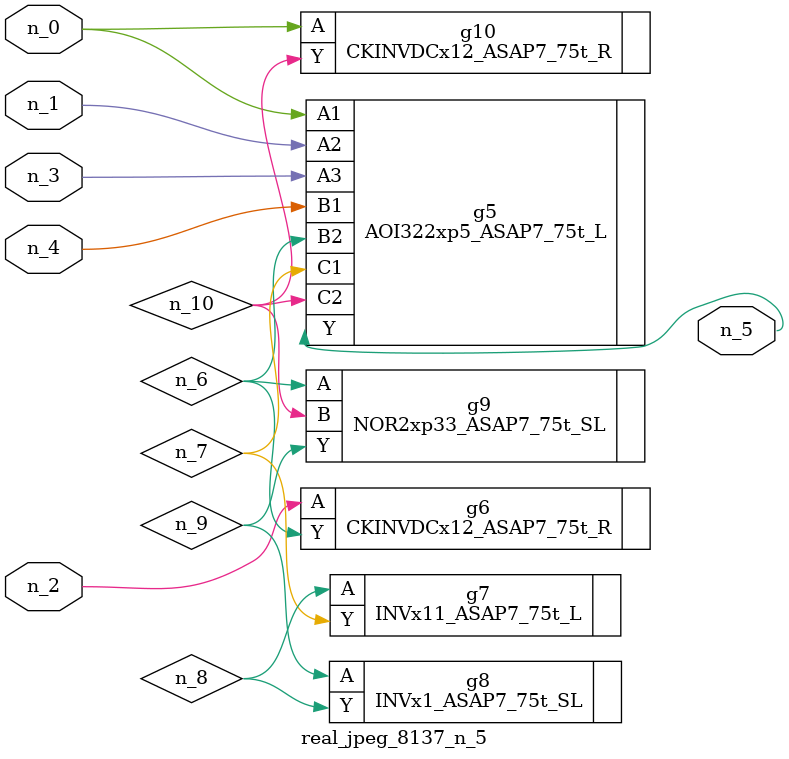
<source format=v>
module real_jpeg_8137_n_5 (n_4, n_0, n_1, n_2, n_3, n_5);

input n_4;
input n_0;
input n_1;
input n_2;
input n_3;

output n_5;

wire n_8;
wire n_6;
wire n_7;
wire n_10;
wire n_9;

AOI322xp5_ASAP7_75t_L g5 ( 
.A1(n_0),
.A2(n_1),
.A3(n_3),
.B1(n_4),
.B2(n_6),
.C1(n_7),
.C2(n_10),
.Y(n_5)
);

CKINVDCx12_ASAP7_75t_R g10 ( 
.A(n_0),
.Y(n_10)
);

CKINVDCx12_ASAP7_75t_R g6 ( 
.A(n_2),
.Y(n_6)
);

NOR2xp33_ASAP7_75t_SL g9 ( 
.A(n_6),
.B(n_10),
.Y(n_9)
);

INVx11_ASAP7_75t_L g7 ( 
.A(n_8),
.Y(n_7)
);

INVx1_ASAP7_75t_SL g8 ( 
.A(n_9),
.Y(n_8)
);


endmodule
</source>
